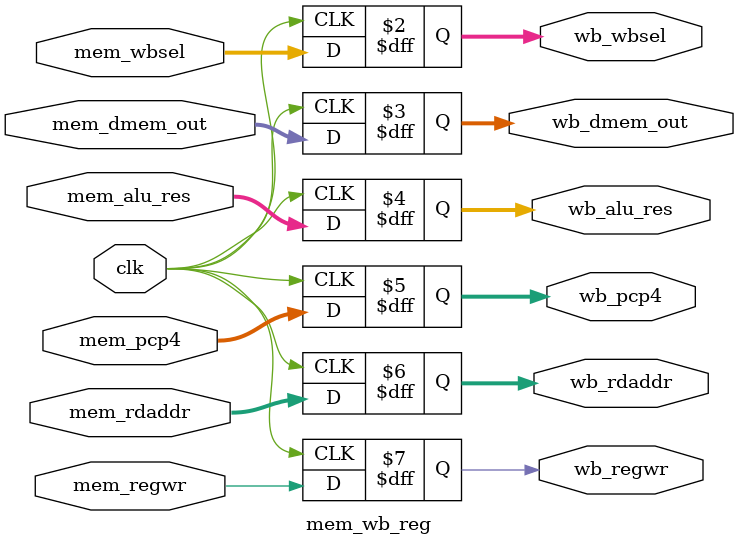
<source format=v>
module mem_wb_reg(
	clk,
	mem_wbsel,
	mem_dmem_out,
	mem_regwr,
	mem_alu_res,
	mem_pcp4,
	mem_rdaddr, 

	wb_wbsel,
	wb_regwr,
	wb_dmem_out,
	wb_alu_res,
	wb_pcp4,
	wb_rdaddr

);
//clock
input wire clk;
//output
output reg [1:0] wb_wbsel;
output reg [31:0] wb_dmem_out;
output reg [31:0] wb_alu_res;
output reg [31:0] wb_pcp4;
output reg [4:0] wb_rdaddr;
output reg  wb_regwr;


//input
input wire [1:0] mem_wbsel;
input wire [31:0] mem_dmem_out;
input wire [31:0] mem_alu_res;
input wire [31:0] mem_pcp4;
input wire [4:0] mem_rdaddr;
input wire mem_regwr;


always @(posedge clk) begin
	wb_dmem_out <= mem_dmem_out;
	wb_alu_res <= mem_alu_res;
	wb_pcp4 <= mem_pcp4;
	wb_wbsel <= mem_wbsel;
	wb_regwr <= mem_regwr;
	wb_rdaddr <= mem_rdaddr;
	wb_regwr <= mem_regwr;
end

endmodule

</source>
